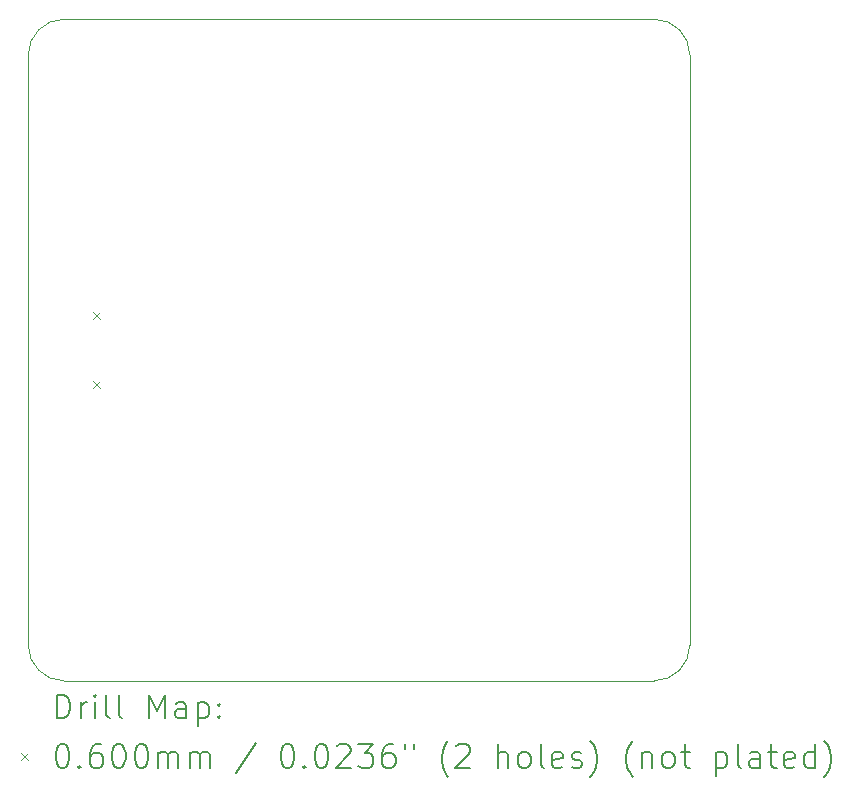
<source format=gbr>
%TF.GenerationSoftware,KiCad,Pcbnew,7.0.1*%
%TF.CreationDate,2023-12-30T18:25:07+00:00*%
%TF.ProjectId,watch_test_rig,77617463-685f-4746-9573-745f7269672e,rev?*%
%TF.SameCoordinates,Original*%
%TF.FileFunction,Drillmap*%
%TF.FilePolarity,Positive*%
%FSLAX45Y45*%
G04 Gerber Fmt 4.5, Leading zero omitted, Abs format (unit mm)*
G04 Created by KiCad (PCBNEW 7.0.1) date 2023-12-30 18:25:07*
%MOMM*%
%LPD*%
G01*
G04 APERTURE LIST*
%ADD10C,0.100000*%
%ADD11C,0.200000*%
%ADD12C,0.060000*%
G04 APERTURE END LIST*
D10*
X18000000Y-12300000D02*
X13000000Y-12300000D01*
X12700000Y-12000000D02*
G75*
G03*
X13000000Y-12300000I300000J0D01*
G01*
X13000000Y-6700000D02*
X18000000Y-6700000D01*
X13000000Y-6700000D02*
G75*
G03*
X12700000Y-7000000I0J-300000D01*
G01*
X12700000Y-12000000D02*
X12700000Y-7000000D01*
X18000000Y-12300000D02*
G75*
G03*
X18300000Y-12000000I0J300000D01*
G01*
X18300000Y-7000000D02*
X18300000Y-12000000D01*
X18300000Y-7000000D02*
G75*
G03*
X18000000Y-6700000I-300000J0D01*
G01*
D11*
D12*
X13248000Y-9181000D02*
X13308000Y-9241000D01*
X13308000Y-9181000D02*
X13248000Y-9241000D01*
X13248000Y-9759000D02*
X13308000Y-9819000D01*
X13308000Y-9759000D02*
X13248000Y-9819000D01*
D11*
X12942619Y-12617524D02*
X12942619Y-12417524D01*
X12942619Y-12417524D02*
X12990238Y-12417524D01*
X12990238Y-12417524D02*
X13018809Y-12427048D01*
X13018809Y-12427048D02*
X13037857Y-12446095D01*
X13037857Y-12446095D02*
X13047381Y-12465143D01*
X13047381Y-12465143D02*
X13056905Y-12503238D01*
X13056905Y-12503238D02*
X13056905Y-12531809D01*
X13056905Y-12531809D02*
X13047381Y-12569905D01*
X13047381Y-12569905D02*
X13037857Y-12588952D01*
X13037857Y-12588952D02*
X13018809Y-12608000D01*
X13018809Y-12608000D02*
X12990238Y-12617524D01*
X12990238Y-12617524D02*
X12942619Y-12617524D01*
X13142619Y-12617524D02*
X13142619Y-12484190D01*
X13142619Y-12522286D02*
X13152143Y-12503238D01*
X13152143Y-12503238D02*
X13161667Y-12493714D01*
X13161667Y-12493714D02*
X13180714Y-12484190D01*
X13180714Y-12484190D02*
X13199762Y-12484190D01*
X13266428Y-12617524D02*
X13266428Y-12484190D01*
X13266428Y-12417524D02*
X13256905Y-12427048D01*
X13256905Y-12427048D02*
X13266428Y-12436571D01*
X13266428Y-12436571D02*
X13275952Y-12427048D01*
X13275952Y-12427048D02*
X13266428Y-12417524D01*
X13266428Y-12417524D02*
X13266428Y-12436571D01*
X13390238Y-12617524D02*
X13371190Y-12608000D01*
X13371190Y-12608000D02*
X13361667Y-12588952D01*
X13361667Y-12588952D02*
X13361667Y-12417524D01*
X13495000Y-12617524D02*
X13475952Y-12608000D01*
X13475952Y-12608000D02*
X13466428Y-12588952D01*
X13466428Y-12588952D02*
X13466428Y-12417524D01*
X13723571Y-12617524D02*
X13723571Y-12417524D01*
X13723571Y-12417524D02*
X13790238Y-12560381D01*
X13790238Y-12560381D02*
X13856905Y-12417524D01*
X13856905Y-12417524D02*
X13856905Y-12617524D01*
X14037857Y-12617524D02*
X14037857Y-12512762D01*
X14037857Y-12512762D02*
X14028333Y-12493714D01*
X14028333Y-12493714D02*
X14009286Y-12484190D01*
X14009286Y-12484190D02*
X13971190Y-12484190D01*
X13971190Y-12484190D02*
X13952143Y-12493714D01*
X14037857Y-12608000D02*
X14018809Y-12617524D01*
X14018809Y-12617524D02*
X13971190Y-12617524D01*
X13971190Y-12617524D02*
X13952143Y-12608000D01*
X13952143Y-12608000D02*
X13942619Y-12588952D01*
X13942619Y-12588952D02*
X13942619Y-12569905D01*
X13942619Y-12569905D02*
X13952143Y-12550857D01*
X13952143Y-12550857D02*
X13971190Y-12541333D01*
X13971190Y-12541333D02*
X14018809Y-12541333D01*
X14018809Y-12541333D02*
X14037857Y-12531809D01*
X14133095Y-12484190D02*
X14133095Y-12684190D01*
X14133095Y-12493714D02*
X14152143Y-12484190D01*
X14152143Y-12484190D02*
X14190238Y-12484190D01*
X14190238Y-12484190D02*
X14209286Y-12493714D01*
X14209286Y-12493714D02*
X14218809Y-12503238D01*
X14218809Y-12503238D02*
X14228333Y-12522286D01*
X14228333Y-12522286D02*
X14228333Y-12579428D01*
X14228333Y-12579428D02*
X14218809Y-12598476D01*
X14218809Y-12598476D02*
X14209286Y-12608000D01*
X14209286Y-12608000D02*
X14190238Y-12617524D01*
X14190238Y-12617524D02*
X14152143Y-12617524D01*
X14152143Y-12617524D02*
X14133095Y-12608000D01*
X14314048Y-12598476D02*
X14323571Y-12608000D01*
X14323571Y-12608000D02*
X14314048Y-12617524D01*
X14314048Y-12617524D02*
X14304524Y-12608000D01*
X14304524Y-12608000D02*
X14314048Y-12598476D01*
X14314048Y-12598476D02*
X14314048Y-12617524D01*
X14314048Y-12493714D02*
X14323571Y-12503238D01*
X14323571Y-12503238D02*
X14314048Y-12512762D01*
X14314048Y-12512762D02*
X14304524Y-12503238D01*
X14304524Y-12503238D02*
X14314048Y-12493714D01*
X14314048Y-12493714D02*
X14314048Y-12512762D01*
D12*
X12635000Y-12915000D02*
X12695000Y-12975000D01*
X12695000Y-12915000D02*
X12635000Y-12975000D01*
D11*
X12980714Y-12837524D02*
X12999762Y-12837524D01*
X12999762Y-12837524D02*
X13018809Y-12847048D01*
X13018809Y-12847048D02*
X13028333Y-12856571D01*
X13028333Y-12856571D02*
X13037857Y-12875619D01*
X13037857Y-12875619D02*
X13047381Y-12913714D01*
X13047381Y-12913714D02*
X13047381Y-12961333D01*
X13047381Y-12961333D02*
X13037857Y-12999428D01*
X13037857Y-12999428D02*
X13028333Y-13018476D01*
X13028333Y-13018476D02*
X13018809Y-13028000D01*
X13018809Y-13028000D02*
X12999762Y-13037524D01*
X12999762Y-13037524D02*
X12980714Y-13037524D01*
X12980714Y-13037524D02*
X12961667Y-13028000D01*
X12961667Y-13028000D02*
X12952143Y-13018476D01*
X12952143Y-13018476D02*
X12942619Y-12999428D01*
X12942619Y-12999428D02*
X12933095Y-12961333D01*
X12933095Y-12961333D02*
X12933095Y-12913714D01*
X12933095Y-12913714D02*
X12942619Y-12875619D01*
X12942619Y-12875619D02*
X12952143Y-12856571D01*
X12952143Y-12856571D02*
X12961667Y-12847048D01*
X12961667Y-12847048D02*
X12980714Y-12837524D01*
X13133095Y-13018476D02*
X13142619Y-13028000D01*
X13142619Y-13028000D02*
X13133095Y-13037524D01*
X13133095Y-13037524D02*
X13123571Y-13028000D01*
X13123571Y-13028000D02*
X13133095Y-13018476D01*
X13133095Y-13018476D02*
X13133095Y-13037524D01*
X13314048Y-12837524D02*
X13275952Y-12837524D01*
X13275952Y-12837524D02*
X13256905Y-12847048D01*
X13256905Y-12847048D02*
X13247381Y-12856571D01*
X13247381Y-12856571D02*
X13228333Y-12885143D01*
X13228333Y-12885143D02*
X13218809Y-12923238D01*
X13218809Y-12923238D02*
X13218809Y-12999428D01*
X13218809Y-12999428D02*
X13228333Y-13018476D01*
X13228333Y-13018476D02*
X13237857Y-13028000D01*
X13237857Y-13028000D02*
X13256905Y-13037524D01*
X13256905Y-13037524D02*
X13295000Y-13037524D01*
X13295000Y-13037524D02*
X13314048Y-13028000D01*
X13314048Y-13028000D02*
X13323571Y-13018476D01*
X13323571Y-13018476D02*
X13333095Y-12999428D01*
X13333095Y-12999428D02*
X13333095Y-12951809D01*
X13333095Y-12951809D02*
X13323571Y-12932762D01*
X13323571Y-12932762D02*
X13314048Y-12923238D01*
X13314048Y-12923238D02*
X13295000Y-12913714D01*
X13295000Y-12913714D02*
X13256905Y-12913714D01*
X13256905Y-12913714D02*
X13237857Y-12923238D01*
X13237857Y-12923238D02*
X13228333Y-12932762D01*
X13228333Y-12932762D02*
X13218809Y-12951809D01*
X13456905Y-12837524D02*
X13475952Y-12837524D01*
X13475952Y-12837524D02*
X13495000Y-12847048D01*
X13495000Y-12847048D02*
X13504524Y-12856571D01*
X13504524Y-12856571D02*
X13514048Y-12875619D01*
X13514048Y-12875619D02*
X13523571Y-12913714D01*
X13523571Y-12913714D02*
X13523571Y-12961333D01*
X13523571Y-12961333D02*
X13514048Y-12999428D01*
X13514048Y-12999428D02*
X13504524Y-13018476D01*
X13504524Y-13018476D02*
X13495000Y-13028000D01*
X13495000Y-13028000D02*
X13475952Y-13037524D01*
X13475952Y-13037524D02*
X13456905Y-13037524D01*
X13456905Y-13037524D02*
X13437857Y-13028000D01*
X13437857Y-13028000D02*
X13428333Y-13018476D01*
X13428333Y-13018476D02*
X13418809Y-12999428D01*
X13418809Y-12999428D02*
X13409286Y-12961333D01*
X13409286Y-12961333D02*
X13409286Y-12913714D01*
X13409286Y-12913714D02*
X13418809Y-12875619D01*
X13418809Y-12875619D02*
X13428333Y-12856571D01*
X13428333Y-12856571D02*
X13437857Y-12847048D01*
X13437857Y-12847048D02*
X13456905Y-12837524D01*
X13647381Y-12837524D02*
X13666429Y-12837524D01*
X13666429Y-12837524D02*
X13685476Y-12847048D01*
X13685476Y-12847048D02*
X13695000Y-12856571D01*
X13695000Y-12856571D02*
X13704524Y-12875619D01*
X13704524Y-12875619D02*
X13714048Y-12913714D01*
X13714048Y-12913714D02*
X13714048Y-12961333D01*
X13714048Y-12961333D02*
X13704524Y-12999428D01*
X13704524Y-12999428D02*
X13695000Y-13018476D01*
X13695000Y-13018476D02*
X13685476Y-13028000D01*
X13685476Y-13028000D02*
X13666429Y-13037524D01*
X13666429Y-13037524D02*
X13647381Y-13037524D01*
X13647381Y-13037524D02*
X13628333Y-13028000D01*
X13628333Y-13028000D02*
X13618809Y-13018476D01*
X13618809Y-13018476D02*
X13609286Y-12999428D01*
X13609286Y-12999428D02*
X13599762Y-12961333D01*
X13599762Y-12961333D02*
X13599762Y-12913714D01*
X13599762Y-12913714D02*
X13609286Y-12875619D01*
X13609286Y-12875619D02*
X13618809Y-12856571D01*
X13618809Y-12856571D02*
X13628333Y-12847048D01*
X13628333Y-12847048D02*
X13647381Y-12837524D01*
X13799762Y-13037524D02*
X13799762Y-12904190D01*
X13799762Y-12923238D02*
X13809286Y-12913714D01*
X13809286Y-12913714D02*
X13828333Y-12904190D01*
X13828333Y-12904190D02*
X13856905Y-12904190D01*
X13856905Y-12904190D02*
X13875952Y-12913714D01*
X13875952Y-12913714D02*
X13885476Y-12932762D01*
X13885476Y-12932762D02*
X13885476Y-13037524D01*
X13885476Y-12932762D02*
X13895000Y-12913714D01*
X13895000Y-12913714D02*
X13914048Y-12904190D01*
X13914048Y-12904190D02*
X13942619Y-12904190D01*
X13942619Y-12904190D02*
X13961667Y-12913714D01*
X13961667Y-12913714D02*
X13971190Y-12932762D01*
X13971190Y-12932762D02*
X13971190Y-13037524D01*
X14066429Y-13037524D02*
X14066429Y-12904190D01*
X14066429Y-12923238D02*
X14075952Y-12913714D01*
X14075952Y-12913714D02*
X14095000Y-12904190D01*
X14095000Y-12904190D02*
X14123571Y-12904190D01*
X14123571Y-12904190D02*
X14142619Y-12913714D01*
X14142619Y-12913714D02*
X14152143Y-12932762D01*
X14152143Y-12932762D02*
X14152143Y-13037524D01*
X14152143Y-12932762D02*
X14161667Y-12913714D01*
X14161667Y-12913714D02*
X14180714Y-12904190D01*
X14180714Y-12904190D02*
X14209286Y-12904190D01*
X14209286Y-12904190D02*
X14228333Y-12913714D01*
X14228333Y-12913714D02*
X14237857Y-12932762D01*
X14237857Y-12932762D02*
X14237857Y-13037524D01*
X14628333Y-12828000D02*
X14456905Y-13085143D01*
X14885476Y-12837524D02*
X14904524Y-12837524D01*
X14904524Y-12837524D02*
X14923572Y-12847048D01*
X14923572Y-12847048D02*
X14933095Y-12856571D01*
X14933095Y-12856571D02*
X14942619Y-12875619D01*
X14942619Y-12875619D02*
X14952143Y-12913714D01*
X14952143Y-12913714D02*
X14952143Y-12961333D01*
X14952143Y-12961333D02*
X14942619Y-12999428D01*
X14942619Y-12999428D02*
X14933095Y-13018476D01*
X14933095Y-13018476D02*
X14923572Y-13028000D01*
X14923572Y-13028000D02*
X14904524Y-13037524D01*
X14904524Y-13037524D02*
X14885476Y-13037524D01*
X14885476Y-13037524D02*
X14866429Y-13028000D01*
X14866429Y-13028000D02*
X14856905Y-13018476D01*
X14856905Y-13018476D02*
X14847381Y-12999428D01*
X14847381Y-12999428D02*
X14837857Y-12961333D01*
X14837857Y-12961333D02*
X14837857Y-12913714D01*
X14837857Y-12913714D02*
X14847381Y-12875619D01*
X14847381Y-12875619D02*
X14856905Y-12856571D01*
X14856905Y-12856571D02*
X14866429Y-12847048D01*
X14866429Y-12847048D02*
X14885476Y-12837524D01*
X15037857Y-13018476D02*
X15047381Y-13028000D01*
X15047381Y-13028000D02*
X15037857Y-13037524D01*
X15037857Y-13037524D02*
X15028333Y-13028000D01*
X15028333Y-13028000D02*
X15037857Y-13018476D01*
X15037857Y-13018476D02*
X15037857Y-13037524D01*
X15171191Y-12837524D02*
X15190238Y-12837524D01*
X15190238Y-12837524D02*
X15209286Y-12847048D01*
X15209286Y-12847048D02*
X15218810Y-12856571D01*
X15218810Y-12856571D02*
X15228333Y-12875619D01*
X15228333Y-12875619D02*
X15237857Y-12913714D01*
X15237857Y-12913714D02*
X15237857Y-12961333D01*
X15237857Y-12961333D02*
X15228333Y-12999428D01*
X15228333Y-12999428D02*
X15218810Y-13018476D01*
X15218810Y-13018476D02*
X15209286Y-13028000D01*
X15209286Y-13028000D02*
X15190238Y-13037524D01*
X15190238Y-13037524D02*
X15171191Y-13037524D01*
X15171191Y-13037524D02*
X15152143Y-13028000D01*
X15152143Y-13028000D02*
X15142619Y-13018476D01*
X15142619Y-13018476D02*
X15133095Y-12999428D01*
X15133095Y-12999428D02*
X15123572Y-12961333D01*
X15123572Y-12961333D02*
X15123572Y-12913714D01*
X15123572Y-12913714D02*
X15133095Y-12875619D01*
X15133095Y-12875619D02*
X15142619Y-12856571D01*
X15142619Y-12856571D02*
X15152143Y-12847048D01*
X15152143Y-12847048D02*
X15171191Y-12837524D01*
X15314048Y-12856571D02*
X15323572Y-12847048D01*
X15323572Y-12847048D02*
X15342619Y-12837524D01*
X15342619Y-12837524D02*
X15390238Y-12837524D01*
X15390238Y-12837524D02*
X15409286Y-12847048D01*
X15409286Y-12847048D02*
X15418810Y-12856571D01*
X15418810Y-12856571D02*
X15428333Y-12875619D01*
X15428333Y-12875619D02*
X15428333Y-12894667D01*
X15428333Y-12894667D02*
X15418810Y-12923238D01*
X15418810Y-12923238D02*
X15304524Y-13037524D01*
X15304524Y-13037524D02*
X15428333Y-13037524D01*
X15495000Y-12837524D02*
X15618810Y-12837524D01*
X15618810Y-12837524D02*
X15552143Y-12913714D01*
X15552143Y-12913714D02*
X15580714Y-12913714D01*
X15580714Y-12913714D02*
X15599762Y-12923238D01*
X15599762Y-12923238D02*
X15609286Y-12932762D01*
X15609286Y-12932762D02*
X15618810Y-12951809D01*
X15618810Y-12951809D02*
X15618810Y-12999428D01*
X15618810Y-12999428D02*
X15609286Y-13018476D01*
X15609286Y-13018476D02*
X15599762Y-13028000D01*
X15599762Y-13028000D02*
X15580714Y-13037524D01*
X15580714Y-13037524D02*
X15523572Y-13037524D01*
X15523572Y-13037524D02*
X15504524Y-13028000D01*
X15504524Y-13028000D02*
X15495000Y-13018476D01*
X15790238Y-12837524D02*
X15752143Y-12837524D01*
X15752143Y-12837524D02*
X15733095Y-12847048D01*
X15733095Y-12847048D02*
X15723572Y-12856571D01*
X15723572Y-12856571D02*
X15704524Y-12885143D01*
X15704524Y-12885143D02*
X15695000Y-12923238D01*
X15695000Y-12923238D02*
X15695000Y-12999428D01*
X15695000Y-12999428D02*
X15704524Y-13018476D01*
X15704524Y-13018476D02*
X15714048Y-13028000D01*
X15714048Y-13028000D02*
X15733095Y-13037524D01*
X15733095Y-13037524D02*
X15771191Y-13037524D01*
X15771191Y-13037524D02*
X15790238Y-13028000D01*
X15790238Y-13028000D02*
X15799762Y-13018476D01*
X15799762Y-13018476D02*
X15809286Y-12999428D01*
X15809286Y-12999428D02*
X15809286Y-12951809D01*
X15809286Y-12951809D02*
X15799762Y-12932762D01*
X15799762Y-12932762D02*
X15790238Y-12923238D01*
X15790238Y-12923238D02*
X15771191Y-12913714D01*
X15771191Y-12913714D02*
X15733095Y-12913714D01*
X15733095Y-12913714D02*
X15714048Y-12923238D01*
X15714048Y-12923238D02*
X15704524Y-12932762D01*
X15704524Y-12932762D02*
X15695000Y-12951809D01*
X15885476Y-12837524D02*
X15885476Y-12875619D01*
X15961667Y-12837524D02*
X15961667Y-12875619D01*
X16256905Y-13113714D02*
X16247381Y-13104190D01*
X16247381Y-13104190D02*
X16228334Y-13075619D01*
X16228334Y-13075619D02*
X16218810Y-13056571D01*
X16218810Y-13056571D02*
X16209286Y-13028000D01*
X16209286Y-13028000D02*
X16199762Y-12980381D01*
X16199762Y-12980381D02*
X16199762Y-12942286D01*
X16199762Y-12942286D02*
X16209286Y-12894667D01*
X16209286Y-12894667D02*
X16218810Y-12866095D01*
X16218810Y-12866095D02*
X16228334Y-12847048D01*
X16228334Y-12847048D02*
X16247381Y-12818476D01*
X16247381Y-12818476D02*
X16256905Y-12808952D01*
X16323572Y-12856571D02*
X16333095Y-12847048D01*
X16333095Y-12847048D02*
X16352143Y-12837524D01*
X16352143Y-12837524D02*
X16399762Y-12837524D01*
X16399762Y-12837524D02*
X16418810Y-12847048D01*
X16418810Y-12847048D02*
X16428334Y-12856571D01*
X16428334Y-12856571D02*
X16437857Y-12875619D01*
X16437857Y-12875619D02*
X16437857Y-12894667D01*
X16437857Y-12894667D02*
X16428334Y-12923238D01*
X16428334Y-12923238D02*
X16314048Y-13037524D01*
X16314048Y-13037524D02*
X16437857Y-13037524D01*
X16675953Y-13037524D02*
X16675953Y-12837524D01*
X16761667Y-13037524D02*
X16761667Y-12932762D01*
X16761667Y-12932762D02*
X16752143Y-12913714D01*
X16752143Y-12913714D02*
X16733096Y-12904190D01*
X16733096Y-12904190D02*
X16704524Y-12904190D01*
X16704524Y-12904190D02*
X16685476Y-12913714D01*
X16685476Y-12913714D02*
X16675953Y-12923238D01*
X16885477Y-13037524D02*
X16866429Y-13028000D01*
X16866429Y-13028000D02*
X16856905Y-13018476D01*
X16856905Y-13018476D02*
X16847381Y-12999428D01*
X16847381Y-12999428D02*
X16847381Y-12942286D01*
X16847381Y-12942286D02*
X16856905Y-12923238D01*
X16856905Y-12923238D02*
X16866429Y-12913714D01*
X16866429Y-12913714D02*
X16885477Y-12904190D01*
X16885477Y-12904190D02*
X16914048Y-12904190D01*
X16914048Y-12904190D02*
X16933096Y-12913714D01*
X16933096Y-12913714D02*
X16942619Y-12923238D01*
X16942619Y-12923238D02*
X16952143Y-12942286D01*
X16952143Y-12942286D02*
X16952143Y-12999428D01*
X16952143Y-12999428D02*
X16942619Y-13018476D01*
X16942619Y-13018476D02*
X16933096Y-13028000D01*
X16933096Y-13028000D02*
X16914048Y-13037524D01*
X16914048Y-13037524D02*
X16885477Y-13037524D01*
X17066429Y-13037524D02*
X17047381Y-13028000D01*
X17047381Y-13028000D02*
X17037858Y-13008952D01*
X17037858Y-13008952D02*
X17037858Y-12837524D01*
X17218810Y-13028000D02*
X17199762Y-13037524D01*
X17199762Y-13037524D02*
X17161667Y-13037524D01*
X17161667Y-13037524D02*
X17142619Y-13028000D01*
X17142619Y-13028000D02*
X17133096Y-13008952D01*
X17133096Y-13008952D02*
X17133096Y-12932762D01*
X17133096Y-12932762D02*
X17142619Y-12913714D01*
X17142619Y-12913714D02*
X17161667Y-12904190D01*
X17161667Y-12904190D02*
X17199762Y-12904190D01*
X17199762Y-12904190D02*
X17218810Y-12913714D01*
X17218810Y-12913714D02*
X17228334Y-12932762D01*
X17228334Y-12932762D02*
X17228334Y-12951809D01*
X17228334Y-12951809D02*
X17133096Y-12970857D01*
X17304524Y-13028000D02*
X17323572Y-13037524D01*
X17323572Y-13037524D02*
X17361667Y-13037524D01*
X17361667Y-13037524D02*
X17380715Y-13028000D01*
X17380715Y-13028000D02*
X17390239Y-13008952D01*
X17390239Y-13008952D02*
X17390239Y-12999428D01*
X17390239Y-12999428D02*
X17380715Y-12980381D01*
X17380715Y-12980381D02*
X17361667Y-12970857D01*
X17361667Y-12970857D02*
X17333096Y-12970857D01*
X17333096Y-12970857D02*
X17314048Y-12961333D01*
X17314048Y-12961333D02*
X17304524Y-12942286D01*
X17304524Y-12942286D02*
X17304524Y-12932762D01*
X17304524Y-12932762D02*
X17314048Y-12913714D01*
X17314048Y-12913714D02*
X17333096Y-12904190D01*
X17333096Y-12904190D02*
X17361667Y-12904190D01*
X17361667Y-12904190D02*
X17380715Y-12913714D01*
X17456905Y-13113714D02*
X17466429Y-13104190D01*
X17466429Y-13104190D02*
X17485477Y-13075619D01*
X17485477Y-13075619D02*
X17495000Y-13056571D01*
X17495000Y-13056571D02*
X17504524Y-13028000D01*
X17504524Y-13028000D02*
X17514048Y-12980381D01*
X17514048Y-12980381D02*
X17514048Y-12942286D01*
X17514048Y-12942286D02*
X17504524Y-12894667D01*
X17504524Y-12894667D02*
X17495000Y-12866095D01*
X17495000Y-12866095D02*
X17485477Y-12847048D01*
X17485477Y-12847048D02*
X17466429Y-12818476D01*
X17466429Y-12818476D02*
X17456905Y-12808952D01*
X17818810Y-13113714D02*
X17809286Y-13104190D01*
X17809286Y-13104190D02*
X17790239Y-13075619D01*
X17790239Y-13075619D02*
X17780715Y-13056571D01*
X17780715Y-13056571D02*
X17771191Y-13028000D01*
X17771191Y-13028000D02*
X17761667Y-12980381D01*
X17761667Y-12980381D02*
X17761667Y-12942286D01*
X17761667Y-12942286D02*
X17771191Y-12894667D01*
X17771191Y-12894667D02*
X17780715Y-12866095D01*
X17780715Y-12866095D02*
X17790239Y-12847048D01*
X17790239Y-12847048D02*
X17809286Y-12818476D01*
X17809286Y-12818476D02*
X17818810Y-12808952D01*
X17895000Y-12904190D02*
X17895000Y-13037524D01*
X17895000Y-12923238D02*
X17904524Y-12913714D01*
X17904524Y-12913714D02*
X17923572Y-12904190D01*
X17923572Y-12904190D02*
X17952143Y-12904190D01*
X17952143Y-12904190D02*
X17971191Y-12913714D01*
X17971191Y-12913714D02*
X17980715Y-12932762D01*
X17980715Y-12932762D02*
X17980715Y-13037524D01*
X18104524Y-13037524D02*
X18085477Y-13028000D01*
X18085477Y-13028000D02*
X18075953Y-13018476D01*
X18075953Y-13018476D02*
X18066429Y-12999428D01*
X18066429Y-12999428D02*
X18066429Y-12942286D01*
X18066429Y-12942286D02*
X18075953Y-12923238D01*
X18075953Y-12923238D02*
X18085477Y-12913714D01*
X18085477Y-12913714D02*
X18104524Y-12904190D01*
X18104524Y-12904190D02*
X18133096Y-12904190D01*
X18133096Y-12904190D02*
X18152143Y-12913714D01*
X18152143Y-12913714D02*
X18161667Y-12923238D01*
X18161667Y-12923238D02*
X18171191Y-12942286D01*
X18171191Y-12942286D02*
X18171191Y-12999428D01*
X18171191Y-12999428D02*
X18161667Y-13018476D01*
X18161667Y-13018476D02*
X18152143Y-13028000D01*
X18152143Y-13028000D02*
X18133096Y-13037524D01*
X18133096Y-13037524D02*
X18104524Y-13037524D01*
X18228334Y-12904190D02*
X18304524Y-12904190D01*
X18256905Y-12837524D02*
X18256905Y-13008952D01*
X18256905Y-13008952D02*
X18266429Y-13028000D01*
X18266429Y-13028000D02*
X18285477Y-13037524D01*
X18285477Y-13037524D02*
X18304524Y-13037524D01*
X18523572Y-12904190D02*
X18523572Y-13104190D01*
X18523572Y-12913714D02*
X18542620Y-12904190D01*
X18542620Y-12904190D02*
X18580715Y-12904190D01*
X18580715Y-12904190D02*
X18599762Y-12913714D01*
X18599762Y-12913714D02*
X18609286Y-12923238D01*
X18609286Y-12923238D02*
X18618810Y-12942286D01*
X18618810Y-12942286D02*
X18618810Y-12999428D01*
X18618810Y-12999428D02*
X18609286Y-13018476D01*
X18609286Y-13018476D02*
X18599762Y-13028000D01*
X18599762Y-13028000D02*
X18580715Y-13037524D01*
X18580715Y-13037524D02*
X18542620Y-13037524D01*
X18542620Y-13037524D02*
X18523572Y-13028000D01*
X18733096Y-13037524D02*
X18714048Y-13028000D01*
X18714048Y-13028000D02*
X18704524Y-13008952D01*
X18704524Y-13008952D02*
X18704524Y-12837524D01*
X18895001Y-13037524D02*
X18895001Y-12932762D01*
X18895001Y-12932762D02*
X18885477Y-12913714D01*
X18885477Y-12913714D02*
X18866429Y-12904190D01*
X18866429Y-12904190D02*
X18828334Y-12904190D01*
X18828334Y-12904190D02*
X18809286Y-12913714D01*
X18895001Y-13028000D02*
X18875953Y-13037524D01*
X18875953Y-13037524D02*
X18828334Y-13037524D01*
X18828334Y-13037524D02*
X18809286Y-13028000D01*
X18809286Y-13028000D02*
X18799762Y-13008952D01*
X18799762Y-13008952D02*
X18799762Y-12989905D01*
X18799762Y-12989905D02*
X18809286Y-12970857D01*
X18809286Y-12970857D02*
X18828334Y-12961333D01*
X18828334Y-12961333D02*
X18875953Y-12961333D01*
X18875953Y-12961333D02*
X18895001Y-12951809D01*
X18961667Y-12904190D02*
X19037858Y-12904190D01*
X18990239Y-12837524D02*
X18990239Y-13008952D01*
X18990239Y-13008952D02*
X18999762Y-13028000D01*
X18999762Y-13028000D02*
X19018810Y-13037524D01*
X19018810Y-13037524D02*
X19037858Y-13037524D01*
X19180715Y-13028000D02*
X19161667Y-13037524D01*
X19161667Y-13037524D02*
X19123572Y-13037524D01*
X19123572Y-13037524D02*
X19104524Y-13028000D01*
X19104524Y-13028000D02*
X19095001Y-13008952D01*
X19095001Y-13008952D02*
X19095001Y-12932762D01*
X19095001Y-12932762D02*
X19104524Y-12913714D01*
X19104524Y-12913714D02*
X19123572Y-12904190D01*
X19123572Y-12904190D02*
X19161667Y-12904190D01*
X19161667Y-12904190D02*
X19180715Y-12913714D01*
X19180715Y-12913714D02*
X19190239Y-12932762D01*
X19190239Y-12932762D02*
X19190239Y-12951809D01*
X19190239Y-12951809D02*
X19095001Y-12970857D01*
X19361667Y-13037524D02*
X19361667Y-12837524D01*
X19361667Y-13028000D02*
X19342620Y-13037524D01*
X19342620Y-13037524D02*
X19304524Y-13037524D01*
X19304524Y-13037524D02*
X19285477Y-13028000D01*
X19285477Y-13028000D02*
X19275953Y-13018476D01*
X19275953Y-13018476D02*
X19266429Y-12999428D01*
X19266429Y-12999428D02*
X19266429Y-12942286D01*
X19266429Y-12942286D02*
X19275953Y-12923238D01*
X19275953Y-12923238D02*
X19285477Y-12913714D01*
X19285477Y-12913714D02*
X19304524Y-12904190D01*
X19304524Y-12904190D02*
X19342620Y-12904190D01*
X19342620Y-12904190D02*
X19361667Y-12913714D01*
X19437858Y-13113714D02*
X19447382Y-13104190D01*
X19447382Y-13104190D02*
X19466429Y-13075619D01*
X19466429Y-13075619D02*
X19475953Y-13056571D01*
X19475953Y-13056571D02*
X19485477Y-13028000D01*
X19485477Y-13028000D02*
X19495001Y-12980381D01*
X19495001Y-12980381D02*
X19495001Y-12942286D01*
X19495001Y-12942286D02*
X19485477Y-12894667D01*
X19485477Y-12894667D02*
X19475953Y-12866095D01*
X19475953Y-12866095D02*
X19466429Y-12847048D01*
X19466429Y-12847048D02*
X19447382Y-12818476D01*
X19447382Y-12818476D02*
X19437858Y-12808952D01*
M02*

</source>
